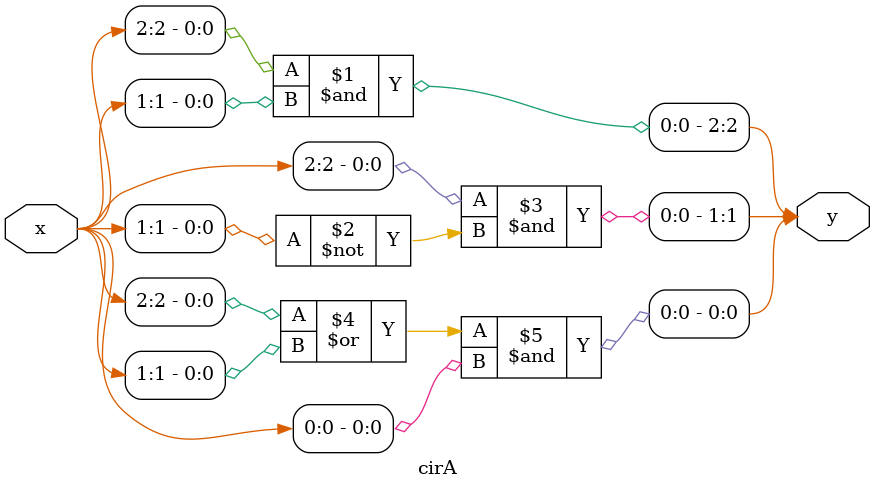
<source format=v>
module cirA(x, y);

input [2:0]x;
output [2:0]y;

assign y[2] = x[2] &  x[1];
assign y[1] = x[2] & ~x[1];
assign y[0] = (x[2] |  x[1]) & x[0];

endmodule

</source>
